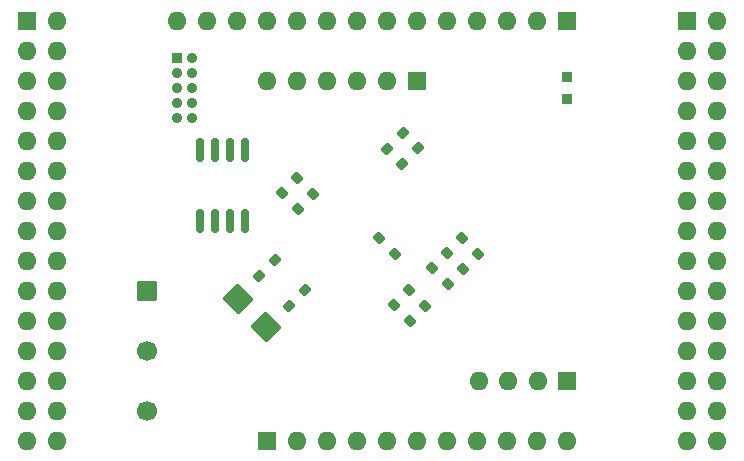
<source format=gbr>
%TF.GenerationSoftware,KiCad,Pcbnew,7.0.5*%
%TF.CreationDate,2023-08-21T09:28:54+09:00*%
%TF.ProjectId,STM32G4 MAZE,53544d33-3247-4342-904d-415a452e6b69,rev?*%
%TF.SameCoordinates,Original*%
%TF.FileFunction,Soldermask,Bot*%
%TF.FilePolarity,Negative*%
%FSLAX46Y46*%
G04 Gerber Fmt 4.6, Leading zero omitted, Abs format (unit mm)*
G04 Created by KiCad (PCBNEW 7.0.5) date 2023-08-21 09:28:54*
%MOMM*%
%LPD*%
G01*
G04 APERTURE LIST*
G04 Aperture macros list*
%AMRoundRect*
0 Rectangle with rounded corners*
0 $1 Rounding radius*
0 $2 $3 $4 $5 $6 $7 $8 $9 X,Y pos of 4 corners*
0 Add a 4 corners polygon primitive as box body*
4,1,4,$2,$3,$4,$5,$6,$7,$8,$9,$2,$3,0*
0 Add four circle primitives for the rounded corners*
1,1,$1+$1,$2,$3*
1,1,$1+$1,$4,$5*
1,1,$1+$1,$6,$7*
1,1,$1+$1,$8,$9*
0 Add four rect primitives between the rounded corners*
20,1,$1+$1,$2,$3,$4,$5,0*
20,1,$1+$1,$4,$5,$6,$7,0*
20,1,$1+$1,$6,$7,$8,$9,0*
20,1,$1+$1,$8,$9,$2,$3,0*%
G04 Aperture macros list end*
%ADD10RoundRect,0.200000X-0.600000X0.600000X-0.600000X-0.600000X0.600000X-0.600000X0.600000X0.600000X0*%
%ADD11O,1.600000X1.600000*%
%ADD12RoundRect,0.045000X-0.405000X-0.405000X0.405000X-0.405000X0.405000X0.405000X-0.405000X0.405000X0*%
%ADD13C,0.900000*%
%ADD14RoundRect,0.190000X-1.110158X0.035355X0.035355X-1.110158X1.110158X-0.035355X-0.035355X1.110158X0*%
%ADD15RoundRect,0.050000X-0.530330X0.035355X0.035355X-0.530330X0.530330X-0.035355X-0.035355X0.530330X0*%
%ADD16RoundRect,0.050000X0.350000X-0.400000X0.350000X0.400000X-0.350000X0.400000X-0.350000X-0.400000X0*%
%ADD17RoundRect,0.050000X0.530330X-0.035355X-0.035355X0.530330X-0.530330X0.035355X0.035355X-0.530330X0*%
%ADD18RoundRect,0.050000X-0.035355X-0.530330X0.530330X0.035355X0.035355X0.530330X-0.530330X-0.035355X0*%
%ADD19RoundRect,0.200000X-0.600000X-0.600000X0.600000X-0.600000X0.600000X0.600000X-0.600000X0.600000X0*%
%ADD20RoundRect,0.200000X0.600000X0.600000X-0.600000X0.600000X-0.600000X-0.600000X0.600000X-0.600000X0*%
%ADD21RoundRect,0.200000X0.600000X-0.600000X0.600000X0.600000X-0.600000X0.600000X-0.600000X-0.600000X0*%
%ADD22C,1.700000*%
%ADD23RoundRect,0.200000X-0.650000X0.650000X-0.650000X-0.650000X0.650000X-0.650000X0.650000X0.650000X0*%
%ADD24RoundRect,0.200000X-0.100000X-0.800000X0.100000X-0.800000X0.100000X0.800000X-0.100000X0.800000X0*%
G04 APERTURE END LIST*
D10*
%TO.C,J7*%
X103810000Y-87300000D03*
D11*
X101270000Y-87300000D03*
X98730000Y-87300000D03*
X96190000Y-87300000D03*
X93650000Y-87300000D03*
X91110000Y-87300000D03*
%TD*%
D12*
%TO.C,J5*%
X83490000Y-85395000D03*
D13*
X84760000Y-85395000D03*
X83490000Y-86665000D03*
X84760000Y-86665000D03*
X83490000Y-87935000D03*
X84760000Y-87935000D03*
X83490000Y-89205000D03*
X84760000Y-89205000D03*
X83490000Y-90475000D03*
X84760000Y-90475000D03*
%TD*%
D14*
%TO.C,Y2*%
X91042082Y-108187082D03*
X88637918Y-105782918D03*
%TD*%
D15*
%TO.C,C10*%
X103211751Y-107656751D03*
X101868249Y-106313249D03*
%TD*%
%TO.C,C9*%
X104481751Y-106386751D03*
X103138249Y-105043249D03*
%TD*%
%TO.C,C8*%
X108926751Y-101941751D03*
X107583249Y-100598249D03*
%TD*%
%TO.C,FB1*%
X101941751Y-101941751D03*
X100598249Y-100598249D03*
%TD*%
D16*
%TO.C,C15*%
X116510000Y-86985000D03*
X116510000Y-88885000D03*
%TD*%
D15*
%TO.C,C7*%
X107656751Y-103211751D03*
X106313249Y-101868249D03*
%TD*%
%TO.C,C6*%
X105043249Y-103138249D03*
X106386751Y-104481751D03*
%TD*%
D17*
%TO.C,C5*%
X93686751Y-98131751D03*
X92343249Y-96788249D03*
%TD*%
%TO.C,C4*%
X94956751Y-96861751D03*
X93613249Y-95518249D03*
%TD*%
D18*
%TO.C,C3*%
X103846751Y-92978249D03*
X102503249Y-94321751D03*
%TD*%
%TO.C,C2*%
X101233249Y-93051751D03*
X102576751Y-91708249D03*
%TD*%
%TO.C,C14*%
X92978249Y-106386751D03*
X94321751Y-105043249D03*
%TD*%
%TO.C,C13*%
X90438249Y-103846751D03*
X91781751Y-102503249D03*
%TD*%
D19*
%TO.C,J3*%
X70790000Y-82220000D03*
D11*
X73330000Y-82220000D03*
X70790000Y-84760000D03*
X73330000Y-84760000D03*
X70790000Y-87300000D03*
X73330000Y-87300000D03*
X70790000Y-89840000D03*
X73330000Y-89840000D03*
X70790000Y-92380000D03*
X73330000Y-92380000D03*
X70790000Y-94920000D03*
X73330000Y-94920000D03*
X70790000Y-97460000D03*
X73330000Y-97460000D03*
X70790000Y-100000000D03*
X73330000Y-100000000D03*
X70790000Y-102540000D03*
X73330000Y-102540000D03*
X70790000Y-105080000D03*
X73330000Y-105080000D03*
X70790000Y-107620000D03*
X73330000Y-107620000D03*
X70790000Y-110160000D03*
X73330000Y-110160000D03*
X70790000Y-112700000D03*
X73330000Y-112700000D03*
X70790000Y-115240000D03*
X73330000Y-115240000D03*
X70790000Y-117780000D03*
X73330000Y-117780000D03*
%TD*%
D10*
%TO.C,J1*%
X116510000Y-82220000D03*
D11*
X113970000Y-82220000D03*
X111430000Y-82220000D03*
X108890000Y-82220000D03*
X106350000Y-82220000D03*
X103810000Y-82220000D03*
X101270000Y-82220000D03*
X98730000Y-82220000D03*
X96190000Y-82220000D03*
X93650000Y-82220000D03*
X91110000Y-82220000D03*
X88570000Y-82220000D03*
X86030000Y-82220000D03*
X83490000Y-82220000D03*
%TD*%
D20*
%TO.C,J6*%
X116510000Y-112700000D03*
D11*
X114010000Y-112700000D03*
X111510000Y-112700000D03*
X109010000Y-112700000D03*
%TD*%
%TO.C,J4*%
X116510000Y-117780000D03*
X113970000Y-117780000D03*
X111430000Y-117780000D03*
X108890000Y-117780000D03*
X106350000Y-117780000D03*
X103810000Y-117780000D03*
X101270000Y-117780000D03*
X98730000Y-117780000D03*
X96190000Y-117780000D03*
X93650000Y-117780000D03*
D21*
X91110000Y-117780000D03*
%TD*%
D22*
%TO.C,SW1*%
X80950000Y-110160000D03*
D23*
X80950000Y-105080000D03*
D22*
X80950000Y-115240000D03*
%TD*%
D19*
%TO.C,J2*%
X126670000Y-82220000D03*
D11*
X129210000Y-82220000D03*
X126670000Y-84760000D03*
X129210000Y-84760000D03*
X126670000Y-87300000D03*
X129210000Y-87300000D03*
X126670000Y-89840000D03*
X129210000Y-89840000D03*
X126670000Y-92380000D03*
X129210000Y-92380000D03*
X126670000Y-94920000D03*
X129210000Y-94920000D03*
X126670000Y-97460000D03*
X129210000Y-97460000D03*
X126670000Y-100000000D03*
X129210000Y-100000000D03*
X126670000Y-102540000D03*
X129210000Y-102540000D03*
X126670000Y-105080000D03*
X129210000Y-105080000D03*
X126670000Y-107620000D03*
X129210000Y-107620000D03*
X126670000Y-110160000D03*
X129210000Y-110160000D03*
X126670000Y-112700000D03*
X129210000Y-112700000D03*
X126670000Y-115240000D03*
X129210000Y-115240000D03*
X126670000Y-117780000D03*
X129210000Y-117780000D03*
%TD*%
D24*
%TO.C,U3*%
X89205000Y-99190000D03*
X87935000Y-99190000D03*
X86665000Y-99190000D03*
X85395000Y-99190000D03*
X85395000Y-93190000D03*
X86665000Y-93190000D03*
X87935000Y-93190000D03*
X89205000Y-93190000D03*
%TD*%
M02*

</source>
